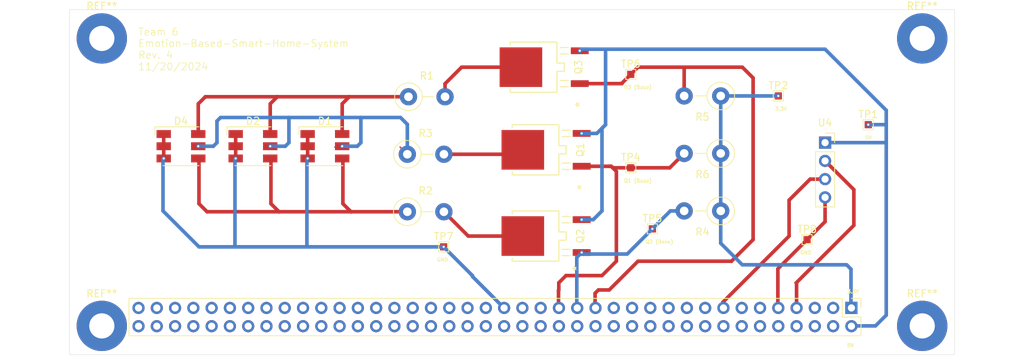
<source format=kicad_pcb>
(kicad_pcb (version 20240108) (generator "pcbnew") (generator_version "8.0")
  (title_block (title "Preliminary PCB layout") (date "2024-11-20") (rev "4") (company "Group 6"))
  (layers (0 "F.Cu" signal) (31 "B.Cu" signal) (34 "B.Paste" user) (35 "F.Paste" user) (36 "B.SilkS" user "B.Silkscreen") (37 "F.SilkS" user "F.Silkscreen") (38 "B.Mask" user) (39 "F.Mask" user) (44 "Edge.Cuts" user))
  (net 0 "")
  (net 1 "GND")
  (net 2 "Q3")
  (net 3 "Q2")
  (net 4 "Q1")
  (net 5 "Net-(Q1-E)")
  (net 6 "Net-(Q2-E)")
  (net 7 "Net-(Q3-E)")
  (net 8 "Net-(U4-GND)")
  (net 20 "Net-(40_Pin_Header1-GPIO13)")
  (net 24 "5V")
  (net 26 "Net-(40_Pin_Header1-3.3V)")
  (net 29 "/Trigger")
  (net 30 "Net-(40_Pin_Header1-GPIO11)")
  (net 34 "Net-(40_Pin_Header1-GPIO01)")
  (net 40 "/Echo")
  (footprint "TestPoint:TestPoint_Pad_1.0x1.0mm" (layer "F.Cu") (at 150.5 68)
    (property "Reference" "TP1" (at 0 -1.448 0) (layer "F.SilkS"))
    (property "Value" "5V")
    (fp_line (start -0.7 -0.7) (end 0.7 -0.7) (stroke (width 0.12)) (layer "F.SilkS"))
    (fp_line (start -0.7 0.7) (end -0.7 -0.7) (stroke (width 0.12)) (layer "F.SilkS"))
    (fp_line (start 0.7 -0.7) (end 0.7 0.7) (stroke (width 0.12)) (layer "F.SilkS"))
    (fp_line (start 0.7 0.7) (end -0.7 0.7) (stroke (width 0.12)) (layer "F.SilkS"))
    (pad "1" smd rect (at 0 0) (size 1 1) (layers "F.Cu" "F.Mask") (net 24 "5V"))
  )
  (footprint "TestPoint:TestPoint_Pad_1.0x1.0mm" (layer "F.Cu") (at 117.5 74)
    (property "Reference" "TP4" (at 0 -1.448 0) (layer "F.SilkS"))
    (property "Value" "Q1")
    (fp_line (start -0.7 -0.7) (end 0.7 -0.7) (stroke (width 0.12)) (layer "F.SilkS"))
    (fp_line (start -0.7 0.7) (end -0.7 -0.7) (stroke (width 0.12)) (layer "F.SilkS"))
    (fp_line (start 0.7 -0.7) (end 0.7 0.7) (stroke (width 0.12)) (layer "F.SilkS"))
    (fp_line (start 0.7 0.7) (end -0.7 0.7) (stroke (width 0.12)) (layer "F.SilkS"))
    (pad "1" smd rect (at 0 0) (size 1 1) (layers "F.Cu" "F.Mask") (net 20 "Net-(40_Pin_Header1-GPIO13)"))
  )
  (footprint "NSS1C301ET4G:DPAK-4_6P22X6P73_ONS" (layer "F.Cu") (at 104.2653 71.5 90)
    (property "Reference" "Q1" (at 0 6.2347 90) (layer "F.SilkS"))
    (property "Value" "NSS1C301ET4G")
    (fp_line (start 3.4925 -3.2385) (end 3.08864 -3.2385) (stroke (width 0.1524)) (layer "F.SilkS"))
    (fp_line (start -3.08864 -3.2385) (end -3.4925 -3.2385) (stroke (width 0.1524)) (layer "F.SilkS"))
    (fp_line (start -3.4925 -3.2385) (end -3.4925 3.2385) (stroke (width 0.1524)) (layer "F.SilkS"))
    (fp_line (start 3.4925 3.2385) (end 3.4925 -3.2385) (stroke (width 0.1524)) (layer "F.SilkS"))
    (fp_line (start 0.5715 3.2385) (end 3.4925 3.2385) (stroke (width 0.1524)) (layer "F.SilkS"))
    (fp_line (start -0.5715 3.2385) (end -0.5715 4.2545) (stroke (width 0.1524)) (layer "F.SilkS"))
    (fp_line (start -3.4925 3.2385) (end -0.5715 3.2385) (stroke (width 0.1524)) (layer "F.SilkS"))
    (fp_line (start 2.7305 3.7211) (end 2.7305 4.8133) (stroke (width 0.1524)) (layer "F.SilkS"))
    (fp_line (start 1.8415 3.7211) (end 1.8415 4.8133) (stroke (width 0.1524)) (layer "F.SilkS"))
    (fp_line (start -1.8415 3.7211) (end -1.8415 4.8133) (stroke (width 0.1524)) (layer "F.SilkS"))
    (fp_line (start -2.7305 3.7211) (end -2.7305 4.8133) (stroke (width 0.1524)) (layer "F.SilkS"))
    (fp_line (start 0.5715 4.2545) (end 0.5715 3.2385) (stroke (width 0.1524)) (layer "F.SilkS"))
    (fp_line (start -0.5715 4.2545) (end 0.5715 4.2545) (stroke (width 0.1524)) (layer "F.SilkS"))
    (fp_text user "*" (at -5.207 6.4135 90) (layer "F.SilkS"))
    (fp_text user "*" (at -5.207 6.4135 90) (layer "F.SilkS"))
    (pad "1" smd rect (at -2.286 6.4135 90) (size 0.9398 2.4892) (layers "F.Cu" "F.Paste" "F.Mask") (net 20 "Net-(40_Pin_Header1-GPIO13)"))
    (pad "2" smd rect (at 2.286 6.4135 90) (size 0.9398 2.4892) (layers "F.Cu" "F.Paste" "F.Mask") (net 24 "5V"))
    (pad "3" smd rect (at 0 -1.7653 90) (size 5.5118 5.9182) (layers "F.Cu" "F.Paste" "F.Mask") (net 5 "Net-(Q1-E)"))
  )
  (footprint "LED_SMD:LED_RGB_5050-6" (layer "F.Cu") (at 65 71)
    (property "Reference" "D2" (at 0 -3.5 0) (layer "F.SilkS"))
    (property "Value" "LED_RGB")
    (fp_line (start -3.6 -2.7) (end 2.5 -2.7) (stroke (width 0.12)) (layer "F.SilkS"))
    (fp_line (start -3.6 -1.6) (end -3.6 -2.7) (stroke (width 0.12)) (layer "F.SilkS"))
    (fp_line (start 2.5 2.7) (end -2.5 2.7) (stroke (width 0.12)) (layer "F.SilkS"))
    (pad "1" smd rect (at -2.4 -1.7 90) (size 1.1 2) (layers "F.Cu" "F.Paste" "F.Mask") (net 1 "GND"))
    (pad "2" smd rect (at -2.4 0 90) (size 1.1 2) (layers "F.Cu" "F.Paste" "F.Mask") (net 1 "GND"))
    (pad "3" smd rect (at -2.4 1.7 90) (size 1.1 2) (layers "F.Cu" "F.Paste" "F.Mask") (net 1 "GND"))
    (pad "4" smd rect (at 2.4 1.7 90) (size 1.1 2) (layers "F.Cu" "F.Paste" "F.Mask") (net 3 "Q2"))
    (pad "5" smd rect (at 2.4 0 90) (size 1.1 2) (layers "F.Cu" "F.Paste" "F.Mask") (net 4 "Q1"))
    (pad "6" smd rect (at 2.4 -1.7 90) (size 1.1 2) (layers "F.Cu" "F.Paste" "F.Mask") (net 2 "Q3"))
  )
  (footprint "Resistor_THT:R_Axial_DIN0411_L9.9mm_D3.6mm_P5.08mm_Vertical" (layer "F.Cu") (at 86.6121 64.1165)
    (property "Reference" "R1" (at 2.54 -2.92 0) (layer "F.SilkS"))
    (property "Value" "10")
    (fp_line (start 1.92 0) (end 3.58 0) (stroke (width 0.12)) (layer "F.SilkS"))
    (fp_circle (center 0 0) (end 1.92 0) (stroke (width 0.12)) (fill none) (layer "F.SilkS"))
    (pad "1" thru_hole circle (at 0 0) (size 2.4 2.4) (drill 1.2) (layers "*.Cu" "*.Mask") (net 2 "Q3"))
    (pad "2" thru_hole oval (at 5.08 0) (size 2.4 2.4) (drill 1.2) (layers "*.Cu" "*.Mask") (net 7 "Net-(Q3-E)"))
  )
  (footprint "NSS1C301ET4G:DPAK-4_6P22X6P73_ONS" (layer "F.Cu") (at 104.2653 83.5 90)
    (property "Reference" "Q2" (at 0 6.2347 90) (layer "F.SilkS"))
    (property "Value" "NSS1C301ET4G")
    (fp_line (start 3.4925 -3.2385) (end 3.08864 -3.2385) (stroke (width 0.1524)) (layer "F.SilkS"))
    (fp_line (start -3.08864 -3.2385) (end -3.4925 -3.2385) (stroke (width 0.1524)) (layer "F.SilkS"))
    (fp_line (start -3.4925 -3.2385) (end -3.4925 3.2385) (stroke (width 0.1524)) (layer "F.SilkS"))
    (fp_line (start 3.4925 3.2385) (end 3.4925 -3.2385) (stroke (width 0.1524)) (layer "F.SilkS"))
    (fp_line (start 0.5715 3.2385) (end 3.4925 3.2385) (stroke (width 0.1524)) (layer "F.SilkS"))
    (fp_line (start -0.5715 3.2385) (end -0.5715 4.2545) (stroke (width 0.1524)) (layer "F.SilkS"))
    (fp_line (start -3.4925 3.2385) (end -0.5715 3.2385) (stroke (width 0.1524)) (layer "F.SilkS"))
    (fp_line (start 2.7305 3.7211) (end 2.7305 4.8133) (stroke (width 0.1524)) (layer "F.SilkS"))
    (fp_line (start 1.8415 3.7211) (end 1.8415 4.8133) (stroke (width 0.1524)) (layer "F.SilkS"))
    (fp_line (start -1.8415 3.7211) (end -1.8415 4.8133) (stroke (width 0.1524)) (layer "F.SilkS"))
    (fp_line (start -2.7305 3.7211) (end -2.7305 4.8133) (stroke (width 0.1524)) (layer "F.SilkS"))
    (fp_line (start 0.5715 4.2545) (end 0.5715 3.2385) (stroke (width 0.1524)) (layer "F.SilkS"))
    (fp_line (start -0.5715 4.2545) (end 0.5715 4.2545) (stroke (width 0.1524)) (layer "F.SilkS"))
    (fp_text user "*" (at -4.5 5.7347 90) (layer "F.SilkS"))
    (fp_text user "*" (at -4.5 5.7347 90) (layer "F.SilkS"))
    (pad "1" smd rect (at -2.286 6.4135 90) (size 0.9398 2.4892) (layers "F.Cu" "F.Paste" "F.Mask") (net 30 "Net-(40_Pin_Header1-GPIO11)"))
    (pad "2" smd rect (at 2.286 6.4135 90) (size 0.9398 2.4892) (layers "F.Cu" "F.Paste" "F.Mask") (net 24 "5V"))
    (pad "3" smd rect (at 0 -1.7653 90) (size 5.5118 5.9182) (layers "F.Cu" "F.Paste" "F.Mask") (net 6 "Net-(Q2-E)"))
  )
  (footprint "Resistor_THT:R_Axial_DIN0411_L9.9mm_D3.6mm_P5.08mm_Vertical" (layer "F.Cu") (at 130 64 180)
    (property "Reference" "R5" (at 2.54 -2.92 0) (layer "F.SilkS"))
    (property "Value" "10k")
    (fp_line (start 1.92 0) (end 3.58 0) (stroke (width 0.12)) (layer "F.SilkS"))
    (fp_circle (center 0 0) (end 1.92 0) (stroke (width 0.12)) (fill none) (layer "F.SilkS"))
    (pad "1" thru_hole circle (at 0 0 180) (size 2.4 2.4) (drill 1.2) (layers "*.Cu" "*.Mask") (net 26 "Net-(40_Pin_Header1-3.3V)"))
    (pad "2" thru_hole oval (at 5.08 0 180) (size 2.4 2.4) (drill 1.2) (layers "*.Cu" "*.Mask") (net 34 "Net-(40_Pin_Header1-GPIO01)"))
  )
  (footprint "LED_SMD:LED_RGB_5050-6" (layer "F.Cu") (at 55 71)
    (property "Reference" "D4" (at 0 -3.5 0) (layer "F.SilkS"))
    (property "Value" "LED_RGB")
    (fp_line (start -3.6 -2.7) (end 2.5 -2.7) (stroke (width 0.12)) (layer "F.SilkS"))
    (fp_line (start -3.6 -1.6) (end -3.6 -2.7) (stroke (width 0.12)) (layer "F.SilkS"))
    (fp_line (start 2.5 2.7) (end -2.5 2.7) (stroke (width 0.12)) (layer "F.SilkS"))
    (pad "1" smd rect (at -2.4 -1.7 90) (size 1.1 2) (layers "F.Cu" "F.Paste" "F.Mask") (net 1 "GND"))
    (pad "2" smd rect (at -2.4 0 90) (size 1.1 2) (layers "F.Cu" "F.Paste" "F.Mask") (net 1 "GND"))
    (pad "3" smd rect (at -2.4 1.7 90) (size 1.1 2) (layers "F.Cu" "F.Paste" "F.Mask") (net 1 "GND"))
    (pad "4" smd rect (at 2.4 1.7 90) (size 1.1 2) (layers "F.Cu" "F.Paste" "F.Mask") (net 3 "Q2"))
    (pad "5" smd rect (at 2.4 0 90) (size 1.1 2) (layers "F.Cu" "F.Paste" "F.Mask") (net 4 "Q1"))
    (pad "6" smd rect (at 2.4 -1.7 90) (size 1.1 2) (layers "F.Cu" "F.Paste" "F.Mask") (net 2 "Q3"))
  )
  (footprint "MountingHole:MountingHole_3.5mm_Pad_TopBottom" (layer "F.Cu") (at 158 96)
    (property "Reference" "REF**" (at 0 -4.5 0) (layer "F.SilkS"))
    (property "Value" "MountingHole_3.5mm_Pad_TopBottom")
    (pad "1" thru_hole circle (at 0 0) (size 3.9 3.9) (drill 3.5) (layers "*.Cu" "*.Mask"))
    (pad "1" connect circle (at 0 0) (size 7 7) (layers "F.Cu" "F.Mask"))
    (pad "1" connect circle (at 0 0) (size 7 7) (layers "B.Cu" "B.Mask"))
  )
  (footprint "TestPoint:TestPoint_Pad_1.0x1.0mm" (layer "F.Cu") (at 91.5 85)
    (property "Reference" "TP7" (at 0 -1.448 0) (layer "F.SilkS"))
    (property "Value" "GND")
    (fp_line (start -0.7 -0.7) (end 0.7 -0.7) (stroke (width 0.12)) (layer "F.SilkS"))
    (fp_line (start -0.7 0.7) (end -0.7 -0.7) (stroke (width 0.12)) (layer "F.SilkS"))
    (fp_line (start 0.7 -0.7) (end 0.7 0.7) (stroke (width 0.12)) (layer "F.SilkS"))
    (fp_line (start 0.7 0.7) (end -0.7 0.7) (stroke (width 0.12)) (layer "F.SilkS"))
    (pad "1" smd rect (at 0 0) (size 1 1) (layers "F.Cu" "F.Mask") (net 1 "GND"))
  )
  (footprint "Resistor_THT:R_Axial_DIN0411_L9.9mm_D3.6mm_P5.08mm_Vertical" (layer "F.Cu") (at 86.4521 80.1165)
    (property "Reference" "R2" (at 2.54 -2.92 0) (layer "F.SilkS"))
    (property "Value" "10")
    (fp_line (start 1.92 0) (end 3.58 0) (stroke (width 0.12)) (layer "F.SilkS"))
    (fp_circle (center 0 0) (end 1.92 0) (stroke (width 0.12)) (fill none) (layer "F.SilkS"))
    (pad "1" thru_hole circle (at 0 0) (size 2.4 2.4) (drill 1.2) (layers "*.Cu" "*.Mask") (net 3 "Q2"))
    (pad "2" thru_hole oval (at 5.08 0) (size 2.4 2.4) (drill 1.2) (layers "*.Cu" "*.Mask") (net 6 "Net-(Q2-E)"))
  )
  (footprint "MountingHole:MountingHole_3.5mm_Pad_TopBottom" (layer "F.Cu") (at 158 56)
    (property "Reference" "REF**" (at 0 -4.5 0) (layer "F.SilkS"))
    (property "Value" "MountingHole_3.5mm_Pad_TopBottom")
    (pad "1" thru_hole circle (at 0 0) (size 3.9 3.9) (drill 3.5) (layers "*.Cu" "*.Mask"))
    (pad "1" connect circle (at 0 0) (size 7 7) (layers "F.Cu" "F.Mask"))
    (pad "1" connect circle (at 0 0) (size 7 7) (layers "B.Cu" "B.Mask"))
  )
  (footprint "Resistor_THT:R_Axial_DIN0411_L9.9mm_D3.6mm_P5.08mm_Vertical" (layer "F.Cu") (at 130 80 180)
    (property "Reference" "R4" (at 2.54 -2.92 0) (layer "F.SilkS"))
    (property "Value" "10k")
    (fp_line (start 1.92 0) (end 3.58 0) (stroke (width 0.12)) (layer "F.SilkS"))
    (fp_circle (center 0 0) (end 1.92 0) (stroke (width 0.12)) (fill none) (layer "F.SilkS"))
    (pad "1" thru_hole circle (at 0 0 180) (size 2.4 2.4) (drill 1.2) (layers "*.Cu" "*.Mask") (net 26 "Net-(40_Pin_Header1-3.3V)"))
    (pad "2" thru_hole oval (at 5.08 0 180) (size 2.4 2.4) (drill 1.2) (layers "*.Cu" "*.Mask") (net 30 "Net-(40_Pin_Header1-GPIO11)"))
  )
  (footprint "TestPoint:TestPoint_Pad_1.0x1.0mm" (layer "F.Cu") (at 142 84)
    (property "Reference" "TP8" (at 0 -1.448 0) (layer "F.SilkS"))
    (property "Value" "GND")
    (fp_line (start -0.7 -0.7) (end 0.7 -0.7) (stroke (width 0.12)) (layer "F.SilkS"))
    (fp_line (start -0.7 0.7) (end -0.7 -0.7) (stroke (width 0.12)) (layer "F.SilkS"))
    (fp_line (start 0.7 -0.7) (end 0.7 0.7) (stroke (width 0.12)) (layer "F.SilkS"))
    (fp_line (start 0.7 0.7) (end -0.7 0.7) (stroke (width 0.12)) (layer "F.SilkS"))
    (pad "1" smd rect (at 0 0) (size 1 1) (layers "F.Cu" "F.Mask") (net 8 "Net-(U4-GND)"))
  )
  (footprint "MountingHole:MountingHole_3.5mm_Pad_TopBottom" (layer "F.Cu") (at 44 96)
    (property "Reference" "REF**" (at 0 -4.5 0) (layer "F.SilkS"))
    (property "Value" "MountingHole_3.5mm_Pad_TopBottom")
    (pad "1" thru_hole circle (at 0 0) (size 3.9 3.9) (drill 3.5) (layers "*.Cu" "*.Mask"))
    (pad "1" connect circle (at 0 0) (size 7 7) (layers "F.Cu" "F.Mask"))
    (pad "1" connect circle (at 0 0) (size 7 7) (layers "B.Cu" "B.Mask"))
  )
  (footprint "Resistor_THT:R_Axial_DIN0411_L9.9mm_D3.6mm_P5.08mm_Vertical" (layer "F.Cu") (at 86.4521 72.1165)
    (property "Reference" "R3" (at 2.54 -2.92 0) (layer "F.SilkS"))
    (property "Value" "10")
    (fp_line (start 1.92 0) (end 3.58 0) (stroke (width 0.12)) (layer "F.SilkS"))
    (fp_circle (center 0 0) (end 1.92 0) (stroke (width 0.12)) (fill none) (layer "F.SilkS"))
    (pad "1" thru_hole circle (at 0 0) (size 2.4 2.4) (drill 1.2) (layers "*.Cu" "*.Mask") (net 4 "Q1"))
    (pad "2" thru_hole oval (at 5.08 0) (size 2.4 2.4) (drill 1.2) (layers "*.Cu" "*.Mask") (net 5 "Net-(Q1-E)"))
  )
  (footprint "Connector_PinSocket_2.54mm:PinSocket_1x04_P2.54mm_Vertical" (layer "F.Cu") (at 144.5 70.5)
    (property "Reference" "U4" (at 0 -2.77 0) (layer "F.SilkS"))
    (property "Value" "HC-SR04")
    (fp_line (start -1.33 1.27) (end -1.33 8.95) (stroke (width 0.12)) (layer "F.SilkS"))
    (fp_line (start -1.33 1.27) (end 1.33 1.27) (stroke (width 0.12)) (layer "F.SilkS"))
    (fp_line (start -1.33 8.95) (end 1.33 8.95) (stroke (width 0.12)) (layer "F.SilkS"))
    (fp_line (start 0 -1.33) (end 1.33 -1.33) (stroke (width 0.12)) (layer "F.SilkS"))
    (fp_line (start 1.33 -1.33) (end 1.33 0) (stroke (width 0.12)) (layer "F.SilkS"))
    (fp_line (start 1.33 1.27) (end 1.33 8.95) (stroke (width 0.12)) (layer "F.SilkS"))
    (pad "1" thru_hole rect (at 0 0) (size 1.7 1.7) (drill 1) (layers "*.Cu" "*.Mask") (net 24 "5V"))
    (pad "2" thru_hole oval (at 0 2.54) (size 1.7 1.7) (drill 1) (layers "*.Cu" "*.Mask") (net 29 "/Trigger"))
    (pad "3" thru_hole oval (at 0 5.08) (size 1.7 1.7) (drill 1) (layers "*.Cu" "*.Mask") (net 40 "/Echo"))
    (pad "4" thru_hole oval (at 0 7.62) (size 1.7 1.7) (drill 1) (layers "*.Cu" "*.Mask") (net 8 "Net-(U4-GND)"))
  )
  (footprint "TestPoint:TestPoint_Pad_1.0x1.0mm" (layer "F.Cu") (at 120.5 82.5)
    (property "Reference" "TP5" (at 0 -1.448 0) (layer "F.SilkS"))
    (property "Value" "Q2")
    (fp_line (start -0.7 -0.7) (end 0.7 -0.7) (stroke (width 0.12)) (layer "F.SilkS"))
    (fp_line (start -0.7 0.7) (end -0.7 -0.7) (stroke (width 0.12)) (layer "F.SilkS"))
    (fp_line (start 0.7 -0.7) (end 0.7 0.7) (stroke (width 0.12)) (layer "F.SilkS"))
    (fp_line (start 0.7 0.7) (end -0.7 0.7) (stroke (width 0.12)) (layer "F.SilkS"))
    (pad "1" smd rect (at 0 0) (size 1 1) (layers "F.Cu" "F.Mask") (net 30 "Net-(40_Pin_Header1-GPIO11)"))
  )
  (footprint "NSS1C301ET4G:DPAK-4_6P22X6P73_ONS" (layer "F.Cu") (at 104 60 90)
    (property "Reference" "Q3" (at 0 6.2347 90) (layer "F.SilkS"))
    (property "Value" "NSS1C301ET4G")
    (fp_line (start 3.4925 -3.2385) (end 3.08864 -3.2385) (stroke (width 0.1524)) (layer "F.SilkS"))
    (fp_line (start -3.08864 -3.2385) (end -3.4925 -3.2385) (stroke (width 0.1524)) (layer "F.SilkS"))
    (fp_line (start -3.4925 -3.2385) (end -3.4925 3.2385) (stroke (width 0.1524)) (layer "F.SilkS"))
    (fp_line (start 3.4925 3.2385) (end 3.4925 -3.2385) (stroke (width 0.1524)) (layer "F.SilkS"))
    (fp_line (start 0.5715 3.2385) (end 3.4925 3.2385) (stroke (width 0.1524)) (layer "F.SilkS"))
    (fp_line (start -0.5715 3.2385) (end -0.5715 4.2545) (stroke (width 0.1524)) (layer "F.SilkS"))
    (fp_line (start -3.4925 3.2385) (end -0.5715 3.2385) (stroke (width 0.1524)) (layer "F.SilkS"))
    (fp_line (start 2.7305 3.7211) (end 2.7305 4.8133) (stroke (width 0.1524)) (layer "F.SilkS"))
    (fp_line (start 1.8415 3.7211) (end 1.8415 4.8133) (stroke (width 0.1524)) (layer "F.SilkS"))
    (fp_line (start -1.8415 3.7211) (end -1.8415 4.8133) (stroke (width 0.1524)) (layer "F.SilkS"))
    (fp_line (start -2.7305 3.7211) (end -2.7305 4.8133) (stroke (width 0.1524)) (layer "F.SilkS"))
    (fp_line (start 0.5715 4.2545) (end 0.5715 3.2385) (stroke (width 0.1524)) (layer "F.SilkS"))
    (fp_line (start -0.5715 4.2545) (end 0.5715 4.2545) (stroke (width 0.1524)) (layer "F.SilkS"))
    (fp_text user "*" (at -5.207 6.4135 90) (layer "F.SilkS"))
    (fp_text user "*" (at -5.207 6.4135 90) (layer "F.SilkS"))
    (pad "1" smd rect (at -2.286 6.4135 90) (size 0.9398 2.4892) (layers "F.Cu" "F.Paste" "F.Mask") (net 34 "Net-(40_Pin_Header1-GPIO01)"))
    (pad "2" smd rect (at 2.286 6.4135 90) (size 0.9398 2.4892) (layers "F.Cu" "F.Paste" "F.Mask") (net 24 "5V"))
    (pad "3" smd rect (at 0 -1.7653 90) (size 5.5118 5.9182) (layers "F.Cu" "F.Paste" "F.Mask") (net 7 "Net-(Q3-E)"))
  )
  (footprint "Resistor_THT:R_Axial_DIN0411_L9.9mm_D3.6mm_P5.08mm_Vertical" (layer "F.Cu") (at 130 72 180)
    (property "Reference" "R6" (at 2.54 -2.92 0) (layer "F.SilkS"))
    (property "Value" "10k")
    (fp_line (start 1.92 0) (end 3.58 0) (stroke (width 0.12)) (layer "F.SilkS"))
    (fp_circle (center 0 0) (end 1.92 0) (stroke (width 0.12)) (fill none) (layer "F.SilkS"))
    (pad "1" thru_hole circle (at 0 0 180) (size 2.4 2.4) (drill 1.2) (layers "*.Cu" "*.Mask") (net 26 "Net-(40_Pin_Header1-3.3V)"))
    (pad "2" thru_hole oval (at 5.08 0 180) (size 2.4 2.4) (drill 1.2) (layers "*.Cu" "*.Mask") (net 20 "Net-(40_Pin_Header1-GPIO13)"))
  )
  (footprint "Connector_PinHeader_2.54mm:PinHeader_2x40_P2.54mm_Vertical" (layer "F.Cu") (at 148.16 93.5 -90)
    (property "Reference" "40_Pin_Header1" (hide yes))
    (property "Value" "~")
    (fp_line (start -1.33 100.39) (end 3.87 100.39) (stroke (width 0.12)) (layer "F.SilkS"))
    (fp_line (start -1.33 1.27) (end -1.33 100.39) (stroke (width 0.12)) (layer "F.SilkS"))
    (fp_line (start -1.33 1.27) (end 1.27 1.27) (stroke (width 0.12)) (layer "F.SilkS"))
    (fp_line (start 1.27 1.27) (end 1.27 -1.33) (stroke (width 0.12)) (layer "F.SilkS"))
    (fp_line (start -1.33 0) (end -1.33 -1.33) (stroke (width 0.12)) (layer "F.SilkS"))
    (fp_line (start -1.33 -1.33) (end 0 -1.33) (stroke (width 0.12)) (layer "F.SilkS"))
    (fp_line (start 1.27 -1.33) (end 3.87 -1.33) (stroke (width 0.12)) (layer "F.SilkS"))
    (fp_line (start 3.87 -1.33) (end 3.87 100.39) (stroke (width 0.12)) (layer "F.SilkS"))
    (pad "1" thru_hole rect (at 0 0 270) (size 1.7 1.7) (drill 1) (layers "*.Cu" "*.Mask") (net 26 "Net-(40_Pin_Header1-3.3V)"))
    (pad "2" thru_hole oval (at 2.54 0 270) (size 1.7 1.7) (drill 1) (layers "*.Cu" "*.Mask") (net 24 "5V"))
    (pad "3" thru_hole oval (at 0 2.54 270) (size 1.7 1.7) (drill 1) (layers "*.Cu" "*.Mask"))
    (pad "4" thru_hole oval (at 2.54 2.54 270) (size 1.7 1.7) (drill 1) (layers "*.Cu" "*.Mask"))
    (pad "5" thru_hole oval (at 0 5.08 270) (size 1.7 1.7) (drill 1) (layers "*.Cu" "*.Mask"))
    (pad "6" thru_hole oval (at 2.54 5.08 270) (size 1.7 1.7) (drill 1) (layers "*.Cu" "*.Mask"))
    (pad "7" thru_hole oval (at 0 7.62 270) (size 1.7 1.7) (drill 1) (layers "*.Cu" "*.Mask") (net 29 "/Trigger"))
    (pad "8" thru_hole oval (at 2.54 7.62 270) (size 1.7 1.7) (drill 1) (layers "*.Cu" "*.Mask"))
    (pad "9" thru_hole oval (at 0 10.16 270) (size 1.7 1.7) (drill 1) (layers "*.Cu" "*.Mask") (net 8 "Net-(U4-GND)"))
    (pad "10" thru_hole oval (at 2.54 10.16 270) (size 1.7 1.7) (drill 1) (layers "*.Cu" "*.Mask"))
    (pad "11" thru_hole oval (at 0 12.7 270) (size 1.7 1.7) (drill 1) (layers "*.Cu" "*.Mask"))
    (pad "12" thru_hole oval (at 2.54 12.7 270) (size 1.7 1.7) (drill 1) (layers "*.Cu" "*.Mask"))
    (pad "13" thru_hole oval (at 0 15.24 270) (size 1.7 1.7) (drill 1) (layers "*.Cu" "*.Mask"))
    (pad "14" thru_hole oval (at 2.54 15.24 270) (size 1.7 1.7) (drill 1) (layers "*.Cu" "*.Mask"))
    (pad "15" thru_hole oval (at 0 17.78 270) (size 1.7 1.7) (drill 1) (layers "*.Cu" "*.Mask") (net 40 "/Echo"))
    (pad "16" thru_hole oval (at 2.54 17.78 270) (size 1.7 1.7) (drill 1) (layers "*.Cu" "*.Mask"))
    (pad "17" thru_hole oval (at 0 20.32 270) (size 1.7 1.7) (drill 1) (layers "*.Cu" "*.Mask"))
    (pad "18" thru_hole oval (at 2.54 20.32 270) (size 1.7 1.7) (drill 1) (layers "*.Cu" "*.Mask"))
    (pad "19" thru_hole oval (at 0 22.86 270) (size 1.7 1.7) (drill 1) (layers "*.Cu" "*.Mask"))
    (pad "20" thru_hole oval (at 2.54 22.86 270) (size 1.7 1.7) (drill 1) (layers "*.Cu" "*.Mask"))
    (pad "21" thru_hole oval (at 0 25.4 270) (size 1.7 1.7) (drill 1) (layers "*.Cu" "*.Mask"))
    (pad "22" thru_hole oval (at 2.54 25.4 270) (size 1.7 1.7) (drill 1) (layers "*.Cu" "*.Mask"))
    (pad "23" thru_hole oval (at 0 27.94 270) (size 1.7 1.7) (drill 1) (layers "*.Cu" "*.Mask"))
    (pad "24" thru_hole oval (at 2.54 27.94 270) (size 1.7 1.7) (drill 1) (layers "*.Cu" "*.Mask"))
    (pad "25" thru_hole oval (at 0 30.48 270) (size 1.7 1.7) (drill 1) (layers "*.Cu" "*.Mask"))
    (pad "26" thru_hole oval (at 2.54 30.48 270) (size 1.7 1.7) (drill 1) (layers "*.Cu" "*.Mask"))
    (pad "27" thru_hole oval (at 0 33.02 270) (size 1.7 1.7) (drill 1) (layers "*.Cu" "*.Mask"))
    (pad "28" thru_hole oval (at 2.54 33.02 270) (size 1.7 1.7) (drill 1) (layers "*.Cu" "*.Mask"))
    (pad "29" thru_hole oval (at 0 35.56 270) (size 1.7 1.7) (drill 1) (layers "*.Cu" "*.Mask") (net 34 "Net-(40_Pin_Header1-GPIO01)"))
    (pad "30" thru_hole oval (at 2.54 35.56 270) (size 1.7 1.7) (drill 1) (layers "*.Cu" "*.Mask"))
    (pad "31" thru_hole oval (at 0 38.1 270) (size 1.7 1.7) (drill 1) (layers "*.Cu" "*.Mask") (net 30 "Net-(40_Pin_Header1-GPIO11)"))
    (pad "32" thru_hole oval (at 2.54 38.1 270) (size 1.7 1.7) (drill 1) (layers "*.Cu" "*.Mask"))
    (pad "33" thru_hole oval (at 0 40.64 270) (size 1.7 1.7) (drill 1) (layers "*.Cu" "*.Mask") (net 20 "Net-(40_Pin_Header1-GPIO13)"))
    (pad "34" thru_hole oval (at 2.54 40.64 270) (size 1.7 1.7) (drill 1) (layers "*.Cu" "*.Mask"))
    (pad "35" thru_hole oval (at 0 43.18 270) (size 1.7 1.7) (drill 1) (layers "*.Cu" "*.Mask"))
    (pad "36" thru_hole oval (at 2.54 43.18 270) (size 1.7 1.7) (drill 1) (layers "*.Cu" "*.Mask"))
    (pad "37" thru_hole oval (at 0 45.72 270) (size 1.7 1.7) (drill 1) (layers "*.Cu" "*.Mask"))
    (pad "38" thru_hole oval (at 2.54 45.72 270) (size 1.7 1.7) (drill 1) (layers "*.Cu" "*.Mask"))
    (pad "39" thru_hole oval (at 0 48.26 270) (size 1.7 1.7) (drill 1) (layers "*.Cu" "*.Mask") (net 1 "GND"))
    (pad "40" thru_hole oval (at 2.54 48.26 270) (size 1.7 1.7) (drill 1) (layers "*.Cu" "*.Mask"))
    (pad "41" thru_hole oval (at 0 50.8 270) (size 1.7 1.7) (drill 1) (layers "*.Cu" "*.Mask"))
    (pad "42" thru_hole oval (at 2.54 50.8 270) (size 1.7 1.7) (drill 1) (layers "*.Cu" "*.Mask"))
    (pad "43" thru_hole oval (at 0 53.34 270) (size 1.7 1.7) (drill 1) (layers "*.Cu" "*.Mask"))
    (pad "44" thru_hole oval (at 2.54 53.34 270) (size 1.7 1.7) (drill 1) (layers "*.Cu" "*.Mask"))
    (pad "45" thru_hole oval (at 0 55.88 270) (size 1.7 1.7) (drill 1) (layers "*.Cu" "*.Mask"))
    (pad "46" thru_hole oval (at 2.54 55.88 270) (size 1.7 1.7) (drill 1) (layers "*.Cu" "*.Mask"))
    (pad "47" thru_hole oval (at 0 58.42 270) (size 1.7 1.7) (drill 1) (layers "*.Cu" "*.Mask"))
    (pad "48" thru_hole oval (at 2.54 58.42 270) (size 1.7 1.7) (drill 1) (layers "*.Cu" "*.Mask"))
    (pad "49" thru_hole oval (at 0 60.96 270) (size 1.7 1.7) (drill 1) (layers "*.Cu" "*.Mask"))
    (pad "50" thru_hole oval (at 2.54 60.96 270) (size 1.7 1.7) (drill 1) (layers "*.Cu" "*.Mask"))
    (pad "51" thru_hole oval (at 0 63.5 270) (size 1.7 1.7) (drill 1) (layers "*.Cu" "*.Mask"))
    (pad "52" thru_hole oval (at 2.54 63.5 270) (size 1.7 1.7) (drill 1) (layers "*.Cu" "*.Mask"))
    (pad "53" thru_hole oval (at 0 66.04 270) (size 1.7 1.7) (drill 1) (layers "*.Cu" "*.Mask"))
    (pad "54" thru_hole oval (at 2.54 66.04 270) (size 1.7 1.7) (drill 1) (layers "*.Cu" "*.Mask"))
    (pad "55" thru_hole oval (at 0 68.58 270) (size 1.7 1.7) (drill 1) (layers "*.Cu" "*.Mask"))
    (pad "56" thru_hole oval (at 2.54 68.58 270) (size 1.7 1.7) (drill 1) (layers "*.Cu" "*.Mask"))
    (pad "57" thru_hole oval (at 0 71.12 270) (size 1.7 1.7) (drill 1) (layers "*.Cu" "*.Mask"))
    (pad "58" thru_hole oval (at 2.54 71.12 270) (size 1.7 1.7) (drill 1) (layers "*.Cu" "*.Mask"))
    (pad "59" thru_hole oval (at 0 73.66 270) (size 1.7 1.7) (drill 1) (layers "*.Cu" "*.Mask"))
    (pad "60" thru_hole oval (at 2.54 73.66 270) (size 1.7 1.7) (drill 1) (layers "*.Cu" "*.Mask"))
    (pad "61" thru_hole oval (at 0 76.2 270) (size 1.7 1.7) (drill 1) (layers "*.Cu" "*.Mask"))
    (pad "62" thru_hole oval (at 2.54 76.2 270) (size 1.7 1.7) (drill 1) (layers "*.Cu" "*.Mask"))
    (pad "63" thru_hole oval (at 0 78.74 270) (size 1.7 1.7) (drill 1) (layers "*.Cu" "*.Mask"))
    (pad "64" thru_hole oval (at 2.54 78.74 270) (size 1.7 1.7) (drill 1) (layers "*.Cu" "*.Mask"))
    (pad "65" thru_hole oval (at 0 81.28 270) (size 1.7 1.7) (drill 1) (layers "*.Cu" "*.Mask"))
    (pad "66" thru_hole oval (at 2.54 81.28 270) (size 1.7 1.7) (drill 1) (layers "*.Cu" "*.Mask"))
    (pad "67" thru_hole oval (at 0 83.82 270) (size 1.7 1.7) (drill 1) (layers "*.Cu" "*.Mask"))
    (pad "68" thru_hole oval (at 2.54 83.82 270) (size 1.7 1.7) (drill 1) (layers "*.Cu" "*.Mask"))
    (pad "69" thru_hole oval (at 0 86.36 270) (size 1.7 1.7) (drill 1) (layers "*.Cu" "*.Mask"))
    (pad "70" thru_hole oval (at 2.54 86.36 270) (size 1.7 1.7) (drill 1) (layers "*.Cu" "*.Mask"))
    (pad "71" thru_hole oval (at 0 88.9 270) (size 1.7 1.7) (drill 1) (layers "*.Cu" "*.Mask"))
    (pad "72" thru_hole oval (at 2.54 88.9 270) (size 1.7 1.7) (drill 1) (layers "*.Cu" "*.Mask"))
    (pad "73" thru_hole oval (at 0 91.44 270) (size 1.7 1.7) (drill 1) (layers "*.Cu" "*.Mask"))
    (pad "74" thru_hole oval (at 2.54 91.44 270) (size 1.7 1.7) (drill 1) (layers "*.Cu" "*.Mask"))
    (pad "75" thru_hole oval (at 0 93.98 270) (size 1.7 1.7) (drill 1) (layers "*.Cu" "*.Mask"))
    (pad "76" thru_hole oval (at 2.54 93.98 270) (size 1.7 1.7) (drill 1) (layers "*.Cu" "*.Mask"))
    (pad "77" thru_hole oval (at 0 96.52 270) (size 1.7 1.7) (drill 1) (layers "*.Cu" "*.Mask"))
    (pad "78" thru_hole oval (at 2.54 96.52 270) (size 1.7 1.7) (drill 1) (layers "*.Cu" "*.Mask"))
    (pad "79" thru_hole oval (at 0 99.06 270) (size 1.7 1.7) (drill 1) (layers "*.Cu" "*.Mask"))
    (pad "80" thru_hole oval (at 2.54 99.06 270) (size 1.7 1.7) (drill 1) (layers "*.Cu" "*.Mask"))
  )
  (footprint "MountingHole:MountingHole_3.5mm_Pad_TopBottom" (layer "F.Cu") (at 44 56)
    (property "Reference" "REF**" (at 0 -4.5 0) (layer "F.SilkS"))
    (property "Value" "MountingHole_3.5mm_Pad_TopBottom")
    (pad "1" thru_hole circle (at 0 0) (size 3.9 3.9) (drill 3.5) (layers "*.Cu" "*.Mask"))
    (pad "1" connect circle (at 0 0) (size 7 7) (layers "F.Cu" "F.Mask"))
    (pad "1" connect circle (at 0 0) (size 7 7) (layers "B.Cu" "B.Mask"))
  )
  (footprint "TestPoint:TestPoint_Pad_1.0x1.0mm" (layer "F.Cu") (at 117.5 61)
    (property "Reference" "TP6" (at 0 -1.448 0) (layer "F.SilkS"))
    (property "Value" "Q3")
    (fp_line (start -0.7 -0.7) (end 0.7 -0.7) (stroke (width 0.12)) (layer "F.SilkS"))
    (fp_line (start -0.7 0.7) (end -0.7 -0.7) (stroke (width 0.12)) (layer "F.SilkS"))
    (fp_line (start 0.7 -0.7) (end 0.7 0.7) (stroke (width 0.12)) (layer "F.SilkS"))
    (fp_line (start 0.7 0.7) (end -0.7 0.7) (stroke (width 0.12)) (layer "F.SilkS"))
    (pad "1" smd rect (at 0 0) (size 1 1) (layers "F.Cu" "F.Mask") (net 34 "Net-(40_Pin_Header1-GPIO01)"))
  )
  (footprint "LED_SMD:LED_RGB_5050-6" (layer "F.Cu") (at 75 71)
    (property "Reference" "D1" (at 0 -3.5 0) (layer "F.SilkS"))
    (property "Value" "LED_RGB")
    (fp_line (start -3.6 -2.7) (end 2.5 -2.7) (stroke (width 0.12)) (layer "F.SilkS"))
    (fp_line (start -3.6 -1.6) (end -3.6 -2.7) (stroke (width 0.12)) (layer "F.SilkS"))
    (fp_line (start 2.5 2.7) (end -2.5 2.7) (stroke (width 0.12)) (layer "F.SilkS"))
    (pad "1" smd rect (at -2.4 -1.7 90) (size 1.1 2) (layers "F.Cu" "F.Paste" "F.Mask") (net 1 "GND"))
    (pad "2" smd rect (at -2.4 0 90) (size 1.1 2) (layers "F.Cu" "F.Paste" "F.Mask") (net 1 "GND"))
    (pad "3" smd rect (at -2.4 1.7 90) (size 1.1 2) (layers "F.Cu" "F.Paste" "F.Mask") (net 1 "GND"))
    (pad "4" smd rect (at 2.4 1.7 90) (size 1.1 2) (layers "F.Cu" "F.Paste" "F.Mask") (net 3 "Q2"))
    (pad "5" smd rect (at 2.4 0 90) (size 1.1 2) (layers "F.Cu" "F.Paste" "F.Mask") (net 4 "Q1"))
    (pad "6" smd rect (at 2.4 -1.7 90) (size 1.1 2) (layers "F.Cu" "F.Paste" "F.Mask") (net 2 "Q3"))
  )
  (footprint "TestPoint:TestPoint_Pad_1.0x1.0mm" (layer "F.Cu") (at 138 64)
    (property "Reference" "TP2" (at 0 -1.448 0) (layer "F.SilkS"))
    (property "Value" "3.3V")
    (fp_line (start -0.7 -0.7) (end 0.7 -0.7) (stroke (width 0.12)) (layer "F.SilkS"))
    (fp_line (start -0.7 0.7) (end -0.7 -0.7) (stroke (width 0.12)) (layer "F.SilkS"))
    (fp_line (start 0.7 -0.7) (end 0.7 0.7) (stroke (width 0.12)) (layer "F.SilkS"))
    (fp_line (start 0.7 0.7) (end -0.7 0.7) (stroke (width 0.12)) (layer "F.SilkS"))
    (pad "1" smd rect (at 0 0) (size 1 1) (layers "F.Cu" "F.Mask") (net 26 "Net-(40_Pin_Header1-3.3V)"))
  )
  (gr_rect (start 39.5 52) (end 162.5 100) (stroke (width 0.05)) (fill none) (layer "Edge.Cuts"))
  (gr_text "Q1 (Base)" (at 116.5 75.5 0) (layer "F.SilkS") (effects (font (size 0.5 0.5) (thickness 0.1) (bold yes)) (justify left top)))
  (gr_text "5V" (at 147.5 99 0) (layer "F.SilkS") (effects (font (size 0.5 0.5) (thickness 0.125)) (justify left bottom)))
  (gr_text "5V" (at 150 69.5 0) (layer "F.SilkS") (effects (font (size 0.5 0.5) (thickness 0.1) (bold yes)) (justify left top)))
  (gr_text "GND" (at 141 85.5 0) (layer "F.SilkS") (effects (font (size 0.5 0.5) (thickness 0.1) (bold yes)) (justify left top)))
  (gr_text "3.3V" (at 137.5 65.5 0) (layer "F.SilkS") (effects (font (size 0.5 0.5) (thickness 0.1) (bold yes)) (justify left top)))
  (gr_text "3.3V" (at 147.5 91.5 0) (layer "F.SilkS") (effects (font (size 0.5 0.5) (thickness 0.125)) (justify left bottom)))
  (gr_text "Q2 (Base)" (at 119.5 84 0) (layer "F.SilkS") (effects (font (size 0.5 0.5) (thickness 0.1) (bold yes)) (justify left top)))
  (gr_text "Team 6 \nEmotion-Based-Smart-Home-System\nRev. 4\n11/20/2024" (at 49 60.5 0) (layer "F.SilkS") (effects (font (size 1 1) (thickness 0.1)) (justify left bottom)))
  (gr_text "Q3 (Base)" (at 116.5 62.5 0) (layer "F.SilkS") (effects (font (size 0.5 0.5) (thickness 0.1) (bold yes)) (justify left top)))
  (gr_text "GND" (at 90.5 86.5 0) (layer "F.SilkS") (effects (font (size 0.5 0.5) (thickness 0.1) (bold yes)) (justify left top)))
  (segment (start 52.6 71) (end 52.6 72.7) (width 0.5) (layer "F.Cu") (net 1))
  (segment (start 72.6 69.3) (end 72.6 71) (width 0.5) (layer "F.Cu") (net 1))
  (segment (start 62.6 69.3) (end 62.6 71) (width 0.5) (layer "F.Cu") (net 1))
  (segment (start 72.6 71) (end 72.6 72.7) (width 0.5) (layer "F.Cu") (net 1))
  (segment (start 62.6 71) (end 62.6 72.7) (width 0.5) (layer "F.Cu") (net 1))
  (segment (start 52.6 69.3) (end 52.6 71) (width 0.5) (layer "F.Cu") (net 1))
  (via (at 72.6 72.7) (size 0.6) (drill 0.3) (layers "F.Cu" "B.Cu") (net 1))
  (via (at 91.5 85) (size 0.6) (drill 0.3) (layers "F.Cu" "B.Cu") (net 1))
  (via (at 52.6 72.7) (size 0.6) (drill 0.3) (layers "F.Cu" "B.Cu") (net 1))
  (via (at 62.6 72.7) (size 0.6) (drill 0.3) (layers "F.Cu" "B.Cu") (net 1))
  (segment (start 62.5 85) (end 57.5 85) (width 0.5) (layer "B.Cu") (net 1))
  (segment (start 95.5 89.12) (end 95.5 89) (width 0.5) (layer "B.Cu") (net 1))
  (segment (start 62.5 85) (end 62.5 72.8) (width 0.5) (layer "B.Cu") (net 1))
  (segment (start 72.5 72.8) (end 72.6 72.7) (width 0.5) (layer "B.Cu") (net 1))
  (segment (start 62.5 72.8) (end 62.6 72.7) (width 0.5) (layer "B.Cu") (net 1))
  (segment (start 72.5 85) (end 72.5 72.8) (width 0.5) (layer "B.Cu") (net 1))
  (segment (start 72.5 85) (end 91.5 85) (width 0.5) (layer "B.Cu") (net 1))
  (segment (start 57.5 85) (end 52.5 80) (width 0.5) (layer "B.Cu") (net 1))
  (segment (start 95.5 89) (end 91.5 85) (width 0.5) (layer "B.Cu") (net 1))
  (segment (start 52.5 72.8) (end 52.6 72.7) (width 0.5) (layer "B.Cu") (net 1))
  (segment (start 99.84 93.46) (end 95.5 89.12) (width 0.5) (layer "B.Cu") (net 1))
  (segment (start 52.5 80) (end 52.5 72.8) (width 0.5) (layer "B.Cu") (net 1))
  (segment (start 72.5 85) (end 62.5 85) (width 0.5) (layer "B.Cu") (net 1))
  (segment (start 67.4 65.1) (end 67.4 69.3) (width 0.5) (layer "F.Cu") (net 2))
  (segment (start 86.6121 64.1165) (end 78.3835 64.1165) (width 0.5) (layer "F.Cu") (net 2))
  (segment (start 78.3835 64.1165) (end 68.3835 64.1165) (width 0.5) (layer "F.Cu") (net 2))
  (segment (start 68.3835 64.1165) (end 58.3835 64.1165) (width 0.5) (layer "F.Cu") (net 2))
  (segment (start 57.4 65.1) (end 57.4 69.3) (width 0.5) (layer "F.Cu") (net 2))
  (segment (start 78.3835 64.1165) (end 77.4 65.1) (width 0.5) (layer "F.Cu") (net 2))
  (segment (start 58.3835 64.1165) (end 57.4 65.1) (width 0.5) (layer "F.Cu") (net 2))
  (segment (start 77.4 65.1) (end 77.4 69.3) (width 0.5) (layer "F.Cu") (net 2))
  (segment (start 68.3835 64.1165) (end 67.4 65.1) (width 0.5) (layer "F.Cu") (net 2))
  (segment (start 77.5 79) (end 77.5 73) (width 0.5) (layer "F.Cu") (net 3))
  (segment (start 86.4521 80.1165) (end 78.6165 80.1165) (width 0.5) (layer "F.Cu") (net 3))
  (segment (start 58.6165 80.1165) (end 57.5 79) (width 0.5) (layer "F.Cu") (net 3))
  (segment (start 78.6165 80.1165) (end 68.6165 80.1165) (width 0.5) (layer "F.Cu") (net 3))
  (segment (start 57.5 79) (end 57.5 73) (width 0.5) (layer "F.Cu") (net 3))
  (segment (start 68.6165 80.1165) (end 67.5 79) (width 0.5) (layer "F.Cu") (net 3))
  (segment (start 68.6165 80.1165) (end 58.6165 80.1165) (width 0.5) (layer "F.Cu") (net 3))
  (segment (start 78.6165 80.1165) (end 77.5 79) (width 0.5) (layer "F.Cu") (net 3))
  (segment (start 67.5 79) (end 67.5 73) (width 0.5) (layer "F.Cu") (net 3))
  (segment (start 76.6421 71.1165) (end 77.0921 71.1165) (width 0.2) (layer "F.Cu") (net 4))
  (segment (start 86.4521 72.1165) (end 85.4521 71.1165) (width 0.2) (layer "F.Cu") (net 4))
  (segment (start 77.0921 71.1165) (end 76.3835 71.1165) (width 0.2) (layer "F.Cu") (net 4))
  (via (at 77.4 71) (size 0.6) (drill 0.3) (layers "F.Cu" "B.Cu") (net 4))
  (via (at 67.4 71) (size 0.6) (drill 0.3) (layers "F.Cu" "B.Cu") (net 4))
  (via (at 57.4 71) (size 0.6) (drill 0.3) (layers "F.Cu" "B.Cu") (net 4))
  (segment (start 60.5 67) (end 60 67.5) (width 0.5) (layer "B.Cu") (net 4))
  (segment (start 79.5 71) (end 77.4 71) (width 0.5) (layer "B.Cu") (net 4))
  (segment (start 70 67) (end 60.5 67) (width 0.5) (layer "B.Cu") (net 4))
  (segment (start 69.5 71) (end 67.4 71) (width 0.5) (layer "B.Cu") (net 4))
  (segment (start 85.5 67) (end 80 67) (width 0.5) (layer "B.Cu") (net 4))
  (segment (start 60 67.5) (end 60 70.5) (width 0.5) (layer "B.Cu") (net 4))
  (segment (start 86.4521 72.1165) (end 86.4521 67.9521) (width 0.5) (layer "B.Cu") (net 4))
  (segment (start 80 67) (end 70 67) (width 0.5) (layer "B.Cu") (net 4))
  (segment (start 86.4521 67.9521) (end 85.5 67) (width 0.5) (layer "B.Cu") (net 4))
  (segment (start 70 70.5) (end 69.5 71) (width 0.5) (layer "B.Cu") (net 4))
  (segment (start 80 67) (end 80 70.5) (width 0.5) (layer "B.Cu") (net 4))
  (segment (start 59.5 71) (end 57.4 71) (width 0.5) (layer "B.Cu") (net 4))
  (segment (start 60 70.5) (end 59.5 71) (width 0.5) (layer "B.Cu") (net 4))
  (segment (start 80 70.5) (end 79.5 71) (width 0.5) (layer "B.Cu") (net 4))
  (segment (start 70 67) (end 70 70.5) (width 0.5) (layer "B.Cu") (net 4))
  (segment (start 101.8835 72.1165) (end 102.5 71.5) (width 0.5) (layer "F.Cu") (net 5))
  (segment (start 91.5321 72.1165) (end 101.8835 72.1165) (width 0.5) (layer "F.Cu") (net 5))
  (segment (start 91.5321 80.1165) (end 94.9156 83.5) (width 0.5) (layer "F.Cu") (net 6))
  (segment (start 94.9156 83.5) (end 102.5 83.5) (width 0.5) (layer "F.Cu") (net 6))
  (segment (start 91.6921 64.1165) (end 91.6921 62.3079) (width 0.5) (layer "F.Cu") (net 7))
  (segment (start 91.6921 62.3079) (end 94 60) (width 0.5) (layer "F.Cu") (net 7))
  (segment (start 94 60) (end 102.2347 60) (width 0.5) (layer "F.Cu") (net 7))
  (segment (start 137.94 88.06) (end 137.94 93.46) (width 0.5) (layer "F.Cu") (net 8))
  (segment (start 144.5 81.5) (end 142 84) (width 0.5) (layer "F.Cu") (net 8))
  (segment (start 142 84) (end 137.94 88.06) (width 0.5) (layer "F.Cu") (net 8))
  (segment (start 144.5 78.12) (end 144.5 81.5) (width 0.5) (layer "F.Cu") (net 8))
  (segment (start 110.6788 73.786) (end 114.5 73.786) (width 0.5) (layer "F.Cu") (net 20))
  (segment (start 115.5 74.5) (end 115.5 87) (width 0.5) (layer "F.Cu") (net 20))
  (segment (start 114.786 73.786) (end 115 74) (width 0.5) (layer "F.Cu") (net 20))
  (segment (start 108.5 89) (end 107.5 90) (width 0.5) (layer "F.Cu") (net 20))
  (segment (start 113.5 89) (end 108.5 89) (width 0.5) (layer "F.Cu") (net 20))
  (segment (start 114.786 73.786) (end 115.5 74.5) (width 0.5) (layer "F.Cu") (net 20))
  (segment (start 124.92 72) (end 122.92 74) (width 0.5) (layer "F.Cu") (net 20))
  (segment (start 107.46 91.04) (end 107.46 93.46) (width 0.5) (layer "F.Cu") (net 20))
  (segment (start 122.92 74) (end 117.5 74) (width 0.5) (layer "F.Cu") (net 20))
  (segment (start 114.5 73.786) (end 114.786 73.786) (width 0.5) (layer "F.Cu") (net 20))
  (segment (start 115.5 87) (end 113.5 89) (width 0.5) (layer "F.Cu") (net 20))
  (segment (start 115 74) (end 117.5 74) (width 0.5) (layer "F.Cu") (net 20))
  (segment (start 107.5 91) (end 107.46 91.04) (width 0.5) (layer "F.Cu") (net 20))
  (segment (start 107.5 90) (end 107.5 91) (width 0.5) (layer "F.Cu") (net 20))
  (via (at 110.6788 69.214) (size 0.6) (drill 0.3) (layers "F.Cu" "B.Cu") (net 24))
  (via (at 110.4135 57.714) (size 0.6) (drill 0.3) (layers "F.Cu" "B.Cu") (net 24))
  (via (at 150.5 68) (size 0.6) (drill 0.3) (layers "F.Cu" "B.Cu") (net 24))
  (via (at 110.6788 81.214) (size 0.6) (drill 0.3) (layers "F.Cu" "B.Cu") (net 24))
  (segment (start 153 68) (end 150.5 68) (width 0.5) (layer "B.Cu") (net 24))
  (segment (start 151.5 96) (end 153 94.5) (width 0.5) (layer "B.Cu") (net 24))
  (segment (start 153 70.5) (end 153 68) (width 0.5) (layer "B.Cu") (net 24))
  (segment (start 110.6275 57.5) (end 110.4135 57.714) (width 0.5) (layer "B.Cu") (net 24))
  (segment (start 114 68) (end 112.786 69.214) (width 0.5) (layer "B.Cu") (net 24))
  (segment (start 112.786 69.214) (end 110.6788 69.214) (width 0.5) (layer "B.Cu") (net 24))
  (segment (start 114 57.5) (end 114 68) (width 0.5) (layer "B.Cu") (net 24))
  (segment (start 144.5 70.5) (end 153 70.5) (width 0.5) (layer "B.Cu") (net 24))
  (segment (start 148.1 96) (end 151.5 96) (width 0.5) (layer "B.Cu") (net 24))
  (segment (start 153 66) (end 144.5 57.5) (width 0.5) (layer "B.Cu") (net 24))
  (segment (start 113.5 68.5) (end 113.5 80) (width 0.5) (layer "B.Cu") (net 24))
  (segment (start 113.5 80) (end 112.286 81.214) (width 0.5) (layer "B.Cu") (net 24))
  (segment (start 153 94.5) (end 153 70.5) (width 0.5) (layer "B.Cu") (net 24))
  (segment (start 114 57.5) (end 110.6275 57.5) (width 0.5) (layer "B.Cu") (net 24))
  (segment (start 144.5 57.5) (end 114 57.5) (width 0.5) (layer "B.Cu") (net 24))
  (segment (start 153 68) (end 153 66) (width 0.5) (layer "B.Cu") (net 24))
  (segment (start 114 68) (end 113.5 68.5) (width 0.5) (layer "B.Cu") (net 24))
  (segment (start 112.286 81.214) (end 110.6788 81.214) (width 0.5) (layer "B.Cu") (net 24))
  (via (at 138 64) (size 0.6) (drill 0.3) (layers "F.Cu" "B.Cu") (net 26))
  (segment (start 147.5 87.5) (end 148.1 88.1) (width 0.5) (layer "B.Cu") (net 26))
  (segment (start 133 87.5) (end 130 84.5) (width 0.5) (layer "B.Cu") (net 26))
  (segment (start 148.1 88.1) (end 148.1 93.46) (width 0.5) (layer "B.Cu") (net 26))
  (segment (start 147.5 87.5) (end 133 87.5) (width 0.5) (layer "B.Cu") (net 26))
  (segment (start 130 72) (end 130 64) (width 0.5) (layer "B.Cu") (net 26))
  (segment (start 130 84.5) (end 130 80) (width 0.5) (layer "B.Cu") (net 26))
  (segment (start 130 64) (end 138 64) (width 0.5) (layer "B.Cu") (net 26))
  (segment (start 130 80) (end 130 72) (width 0.5) (layer "B.Cu") (net 26))
  (segment (start 148.5 77.04) (end 148.5 82) (width 0.5) (layer "F.Cu") (net 29))
  (segment (start 140.54 90.08) (end 140.54 93.5) (width 0.5) (layer "F.Cu") (net 29))
  (segment (start 144.5 73.04) (end 148.5 77.04) (width 0.5) (layer "F.Cu") (net 29))
  (segment (start 140.48 90.02) (end 140.54 90.08) (width 0.5) (layer "F.Cu") (net 29))
  (segment (start 148.5 82) (end 140.48 90.02) (width 0.5) (layer "F.Cu") (net 29))
  (segment (start 110.8928 86) (end 110.6788 85.786) (width 0.5) (layer "F.Cu") (net 30))
  (via (at 120.5 82.5) (size 0.6) (drill 0.3) (layers "F.Cu" "B.Cu") (net 30))
  (via (at 110.6788 85.786) (size 0.6) (drill 0.3) (layers "F.Cu" "B.Cu") (net 30))
  (segment (start 117 86) (end 110.928 86) (width 0.5) (layer "B.Cu") (net 30))
  (segment (start 110.714 85.786) (end 110.928 86) (width 0.5) (layer "B.Cu") (net 30))
  (segment (start 110 86.4648) (end 110.6788 85.786) (width 0.5) (layer "B.Cu") (net 30))
  (segment (start 110 93.46) (end 110 86.4648) (width 0.5) (layer "B.Cu") (net 30))
  (segment (start 124.92 80) (end 123 80) (width 0.5) (layer "B.Cu") (net 30))
  (segment (start 110.6788 85.786) (end 110.714 85.786) (width 0.5) (layer "B.Cu") (net 30))
  (segment (start 123 80) (end 120.5 82.5) (width 0.5) (layer "B.Cu") (net 30))
  (segment (start 120.5 82.5) (end 117 86) (width 0.5) (layer "B.Cu") (net 30))
  (segment (start 133 60) (end 134.5 61.5) (width 0.5) (layer "F.Cu") (net 34))
  (segment (start 118.5 60) (end 117.5 61) (width 0.5) (layer "F.Cu") (net 34))
  (segment (start 113 91) (end 112.54 91.46) (width 0.5) (layer "F.Cu") (net 34))
  (segment (start 131.5 87) (end 118.5 87) (width 0.5) (layer "F.Cu") (net 34))
  (segment (start 118.5 87) (end 114.5 91) (width 0.5) (layer "F.Cu") (net 34))
  (segment (start 134.5 84) (end 131.5 87) (width 0.5) (layer "F.Cu") (net 34))
  (segment (start 134.5 61.5) (end 134.5 84) (width 0.5) (layer "F.Cu") (net 34))
  (segment (start 110.4135 62.286) (end 116 62.286) (width 0.5) (layer "F.Cu") (net 34))
  (segment (start 124.92 64) (end 124.92 60.08) (width 0.5) (layer "F.Cu") (net 34))
  (segment (start 125 60) (end 118.5 60) (width 0.5) (layer "F.Cu") (net 34))
  (segment (start 117.5 61) (end 116.214 62.286) (width 0.5) (layer "F.Cu") (net 34))
  (segment (start 116 62.286) (end 116.286 62.286) (width 0.5) (layer "F.Cu") (net 34))
  (segment (start 114.5 91) (end 113 91) (width 0.5) (layer "F.Cu") (net 34))
  (segment (start 112.54 91.46) (end 112.54 93.46) (width 0.5) (layer "F.Cu") (net 34))
  (segment (start 116.214 62.286) (end 116 62.286) (width 0.5) (layer "F.Cu") (net 34))
  (segment (start 124.92 60.08) (end 125 60) (width 0.5) (layer "F.Cu") (net 34))
  (segment (start 125 60) (end 133 60) (width 0.5) (layer "F.Cu") (net 34))
  (segment (start 139.5 83.5) (end 130.32 92.68) (width 0.5) (layer "F.Cu") (net 40))
  (segment (start 139.5 78.5) (end 139.5 83.5) (width 0.5) (layer "F.Cu") (net 40))
  (segment (start 130.32 92.68) (end 130.32 93.46) (width 0.5) (layer "F.Cu") (net 40))
  (segment (start 144.5 75.58) (end 142.42 75.58) (width 0.5) (layer "F.Cu") (net 40))
  (segment (start 142.42 75.58) (end 139.5 78.5) (width 0.5) (layer "F.Cu") (net 40))
)
</source>
